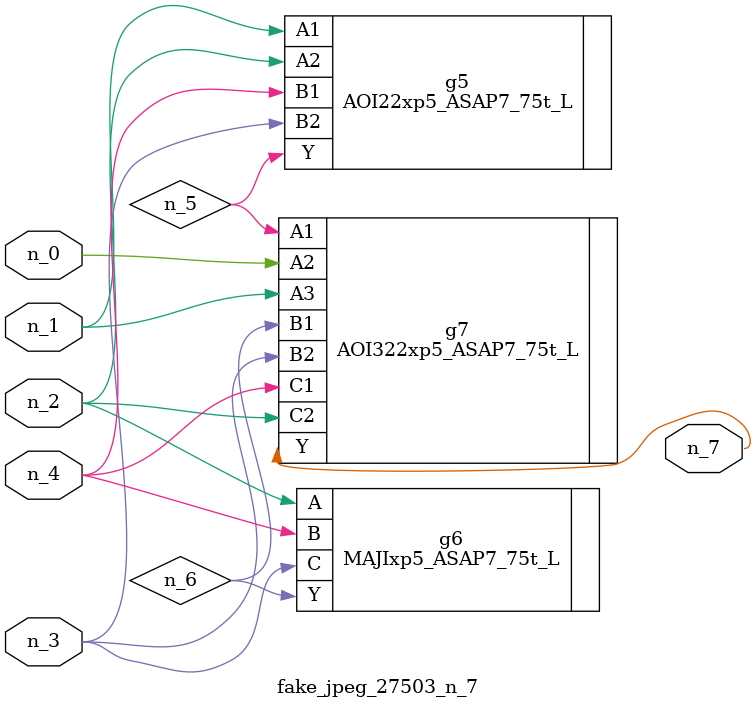
<source format=v>
module fake_jpeg_27503_n_7 (n_3, n_2, n_1, n_0, n_4, n_7);

input n_3;
input n_2;
input n_1;
input n_0;
input n_4;

output n_7;

wire n_6;
wire n_5;

AOI22xp5_ASAP7_75t_L g5 ( 
.A1(n_1),
.A2(n_2),
.B1(n_4),
.B2(n_3),
.Y(n_5)
);

MAJIxp5_ASAP7_75t_L g6 ( 
.A(n_2),
.B(n_4),
.C(n_3),
.Y(n_6)
);

AOI322xp5_ASAP7_75t_L g7 ( 
.A1(n_5),
.A2(n_0),
.A3(n_1),
.B1(n_6),
.B2(n_3),
.C1(n_4),
.C2(n_2),
.Y(n_7)
);


endmodule
</source>
